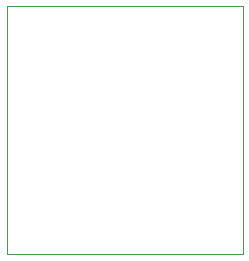
<source format=gbr>
%TF.GenerationSoftware,KiCad,Pcbnew,7.0.2*%
%TF.CreationDate,2024-04-02T18:30:15-04:00*%
%TF.ProjectId,filt1,66696c74-312e-46b6-9963-61645f706362,rev?*%
%TF.SameCoordinates,Original*%
%TF.FileFunction,Profile,NP*%
%FSLAX46Y46*%
G04 Gerber Fmt 4.6, Leading zero omitted, Abs format (unit mm)*
G04 Created by KiCad (PCBNEW 7.0.2) date 2024-04-02 18:30:15*
%MOMM*%
%LPD*%
G01*
G04 APERTURE LIST*
%TA.AperFunction,Profile*%
%ADD10C,0.100000*%
%TD*%
G04 APERTURE END LIST*
D10*
X160000000Y-85000000D02*
X180000000Y-85000000D01*
X180000000Y-106000000D01*
X160000000Y-106000000D01*
X160000000Y-85000000D01*
M02*

</source>
